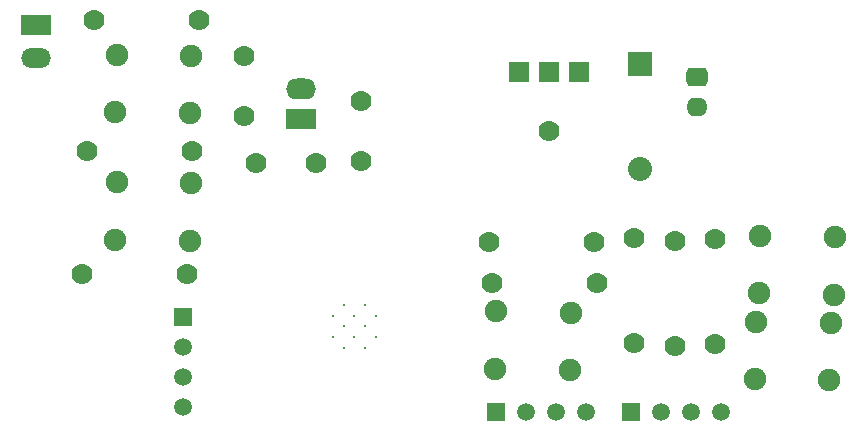
<source format=gbr>
G04*
G04 #@! TF.GenerationSoftware,Altium Limited,Altium Designer,25.0.2 (28)*
G04*
G04 Layer_Color=255*
%FSLAX44Y44*%
%MOMM*%
G71*
G04*
G04 #@! TF.SameCoordinates,D42C59B9-CDD2-46E9-AE24-7A473A00D307*
G04*
G04*
G04 #@! TF.FilePolarity,Positive*
G04*
G01*
G75*
%ADD50C,0.3000*%
%ADD51C,1.7780*%
%ADD52R,1.7780X1.7780*%
%ADD53C,1.9050*%
%ADD54R,1.5000X1.5000*%
%ADD55C,1.5000*%
%ADD56R,1.5000X1.5000*%
G04:AMPARAMS|DCode=57|XSize=1.6mm|YSize=1.8mm|CornerRadius=0.4mm|HoleSize=0mm|Usage=FLASHONLY|Rotation=270.000|XOffset=0mm|YOffset=0mm|HoleType=Round|Shape=RoundedRectangle|*
%AMROUNDEDRECTD57*
21,1,1.6000,1.0000,0,0,270.0*
21,1,0.8000,1.8000,0,0,270.0*
1,1,0.8000,-0.5000,-0.4000*
1,1,0.8000,-0.5000,0.4000*
1,1,0.8000,0.5000,0.4000*
1,1,0.8000,0.5000,-0.4000*
%
%ADD57ROUNDEDRECTD57*%
%ADD58O,1.8000X1.6000*%
%ADD59R,2.0320X2.0320*%
%ADD60C,2.0320*%
%ADD61O,2.5400X1.7780*%
%ADD62R,2.5400X1.7780*%
%ADD63O,2.5400X1.6510*%
%ADD64R,2.5400X1.6510*%
D50*
X892525Y540450D02*
D03*
X874175D02*
D03*
X901700Y549625D02*
D03*
X883350D02*
D03*
X865000D02*
D03*
X892525Y558800D02*
D03*
X874175D02*
D03*
X901700Y567975D02*
D03*
X883350D02*
D03*
X865000D02*
D03*
X892525Y577150D02*
D03*
X874175D02*
D03*
D51*
X1047750Y723900D02*
D03*
X999490Y595630D02*
D03*
X1088390D02*
D03*
X652780Y603250D02*
D03*
X741680D02*
D03*
X656590Y707390D02*
D03*
X745490D02*
D03*
X1154430Y631190D02*
D03*
Y542290D02*
D03*
X1085850Y629920D02*
D03*
X996950D02*
D03*
X889000Y749300D02*
D03*
Y698500D02*
D03*
X850900Y697230D02*
D03*
X800100D02*
D03*
X789940Y736600D02*
D03*
Y787400D02*
D03*
X1188720Y543560D02*
D03*
Y632460D02*
D03*
X1120140Y544830D02*
D03*
Y633730D02*
D03*
X662940Y817880D02*
D03*
X751840D02*
D03*
D52*
X1073150Y773900D02*
D03*
X1047750D02*
D03*
X1022350D02*
D03*
D53*
X681990Y788670D02*
D03*
X744220Y739140D02*
D03*
X744982Y787908D02*
D03*
X680466Y740156D02*
D03*
X1065530Y521970D02*
D03*
X1003300Y571500D02*
D03*
X1002538Y522732D02*
D03*
X1067054Y570484D02*
D03*
X681990Y680720D02*
D03*
X744220Y631190D02*
D03*
X744982Y679958D02*
D03*
X680466Y632206D02*
D03*
X1227074Y635254D02*
D03*
X1289304Y585724D02*
D03*
X1290066Y634492D02*
D03*
X1225550Y586740D02*
D03*
X1285240Y513080D02*
D03*
X1223010Y562610D02*
D03*
X1222248Y513842D02*
D03*
X1286764Y561594D02*
D03*
D54*
X737870Y566420D02*
D03*
D55*
Y541020D02*
D03*
Y515620D02*
D03*
Y490220D02*
D03*
X1028700Y486410D02*
D03*
X1054100D02*
D03*
X1079500D02*
D03*
X1143000D02*
D03*
X1168400D02*
D03*
X1193800D02*
D03*
D56*
X1003300D02*
D03*
X1117600D02*
D03*
D57*
X1173480Y769620D02*
D03*
D58*
Y744220D02*
D03*
D59*
X1125220Y781050D02*
D03*
D60*
Y692150D02*
D03*
D61*
X838200Y759460D02*
D03*
D62*
Y734060D02*
D03*
D63*
X613410Y786130D02*
D03*
D64*
Y814070D02*
D03*
M02*

</source>
